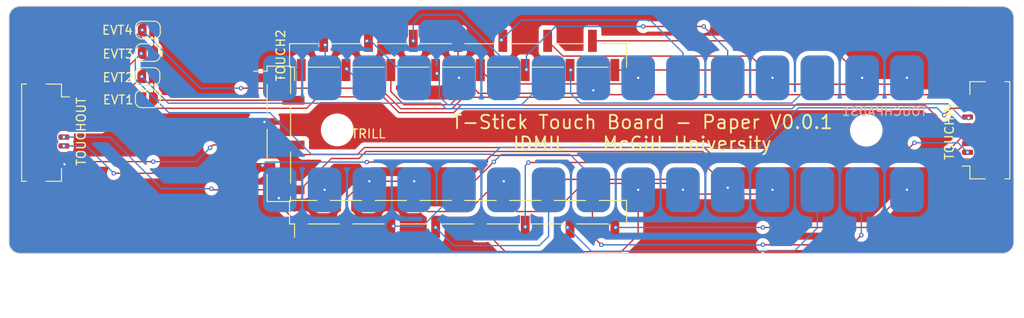
<source format=kicad_pcb>
(kicad_pcb (version 20221018) (generator pcbnew)
  (layers (0 "F.Cu" signal) (31 "B.Cu" signal) (34 "B.Paste" user) (35 "F.Paste" user) (36 "B.SilkS" user "B.Silkscreen") (37 "F.SilkS" user "F.Silkscreen") (38 "B.Mask" user) (39 "F.Mask" user) (44 "Edge.Cuts" user))
  (net 0 "")
  (net 1 "/TOUCH0")
  (net 2 "/TOUCH1")
  (net 3 "/TOUCH2")
  (net 4 "/TOUCH3")
  (net 5 "/TOUCH4")
  (net 6 "/TOUCH5")
  (net 7 "/TOUCH6")
  (net 8 "/TOUCH7")
  (net 9 "/TOUCH8")
  (net 10 "/TOUCH9")
  (net 11 "/TOUCH10")
  (net 12 "/TOUCH11")
  (net 13 "/TOUCH12")
  (net 14 "/TOUCH13")
  (net 15 "/TOUCH14")
  (net 16 "/TOUCH15")
  (net 17 "/TOUCH16")
  (net 18 "/TOUCH17")
  (net 19 "/TOUCH18")
  (net 20 "/TOUCH19")
  (net 21 "/TOUCH20")
  (net 22 "/TOUCH21")
  (net 23 "/TOUCH22")
  (net 24 "/TOUCH23")
  (net 25 "/TOUCH24")
  (net 26 "/TOUCH25")
  (net 27 "/TOUCH26")
  (net 28 "/TOUCH27")
  (net 29 "/TOUCH28")
  (net 30 "/TOUCH29")
  (net 31 "/TRILL_EVT")
  (net 32 "/EVT1")
  (net 33 "/EVT2")
  (net 34 "/EVT3")
  (net 35 "/EVT4")
  (net 36 "GND")
  (net 37 "+3V3")
  (net 38 "/SDA")
  (net 39 "/SCL")
  (footprint "Jumper:SolderJumper-2_P1.3mm_Open_RoundedPad1.0x1.5mm" (layer "F.Cu") (at 110.1 89.65 180)
    (fp_text reference "JP1" hide)
    (fp_text value "SolderJumper_2_Open" hide)
    (pad "1" smd custom (at -0.65 0 180) (size 1 0.5) (layers "F.Cu" "F.Mask") (net 31 "/TRILL_EVT") (options (clearance outline) (anchor rect)) (primitives (gr_circle (center 0 0.25) (end 0.5 0.25) (width 0) (fill yes)) (gr_circle (center 0 -0.25) (end 0.5 -0.25) (width 0) (fill yes)) (gr_poly (pts (xy 0.5 0.75) (xy 0 0.75) (xy 0 -0.75) (xy 0.5 -0.75)) (width 0) (fill yes))))
    (pad "2" smd custom (at 0.65 0 180) (size 1 0.5) (layers "F.Cu" "F.Mask") (net 32 "/EVT1") (options (clearance outline) (anchor rect)) (primitives (gr_circle (center 0 0.25) (end 0.5 0.25) (width 0) (fill yes)) (gr_circle (center 0 -0.25) (end 0.5 -0.25) (width 0) (fill yes)) (gr_poly (pts (xy 0 0.75) (xy -0.5 0.75) (xy -0.5 -0.75) (xy 0 -0.75)) (width 0) (fill yes))))
  )
  (footprint "Jumper:SolderJumper-2_P1.3mm_Open_RoundedPad1.0x1.5mm" (layer "F.Cu") (at 110.075 87.125 180)
    (fp_text reference "JP2" hide)
    (fp_text value "SolderJumper_2_Open" hide)
    (pad "1" smd custom (at -0.65 0 180) (size 1 0.5) (layers "F.Cu" "F.Mask") (net 31 "/TRILL_EVT") (options (clearance outline) (anchor rect)) (primitives (gr_circle (center 0 0.25) (end 0.5 0.25) (width 0) (fill yes)) (gr_circle (center 0 -0.25) (end 0.5 -0.25) (width 0) (fill yes)) (gr_poly (pts (xy 0.5 0.75) (xy 0 0.75) (xy 0 -0.75) (xy 0.5 -0.75)) (width 0) (fill yes))))
    (pad "2" smd custom (at 0.65 0 180) (size 1 0.5) (layers "F.Cu" "F.Mask") (net 33 "/EVT2") (options (clearance outline) (anchor rect)) (primitives (gr_circle (center 0 0.25) (end 0.5 0.25) (width 0) (fill yes)) (gr_circle (center 0 -0.25) (end 0.5 -0.25) (width 0) (fill yes)) (gr_poly (pts (xy 0 0.75) (xy -0.5 0.75) (xy -0.5 -0.75) (xy 0 -0.75)) (width 0) (fill yes))))
  )
  (footprint "Connector_PinHeader_2.54mm:PinHeader_1x06_P2.54mm_Vertical_SMD_Pin1Left" (layer "F.Cu") (at 124.975 93.62)
    (fp_text reference "TRILL1" hide)
    (fp_text value "Conn_01x06" hide)
    (pad "1" smd rect (at -1.655 -6.35) (size 2.51 1) (layers "F.Cu" "F.Paste" "F.Mask"))
    (pad "2" smd rect (at 1.655 -3.81) (size 2.51 1) (layers "F.Cu" "F.Paste" "F.Mask") (net 31 "/TRILL_EVT"))
    (pad "3" smd rect (at -1.655 -1.27) (size 2.51 1) (layers "F.Cu" "F.Paste" "F.Mask") (net 36 "GND"))
    (pad "4" smd rect (at 1.655 1.27) (size 2.51 1) (layers "F.Cu" "F.Paste" "F.Mask") (net 37 "+3V3"))
    (pad "5" smd rect (at -1.655 3.81) (size 2.51 1) (layers "F.Cu" "F.Paste" "F.Mask") (net 38 "/SDA"))
    (pad "6" smd rect (at 1.655 6.35) (size 2.51 1) (layers "F.Cu" "F.Paste" "F.Mask") (net 39 "/SCL"))
  )
  (footprint "MountingHole:MountingHole_3.2mm_M3_DIN965" (layer "F.Cu") (at 131.5974 93.179442)
    (fp_text reference "H1" hide)
    (fp_text value "MountingHole")
    (pad "" np_thru_hole circle (at 0 0) (size 3.2 3.2) (drill 3.2) (layers "*.Cu" "*.Mask"))
  )
  (footprint "Connector_JST:JST_SHL_SM08B-SHLS-TF_1x08-1MP_P1.00mm_Horizontal" (layer "F.Cu") (at 98.915997 93.4927 -90)
    (fp_text reference "TrillExtensionOutput2" hide)
    (fp_text value "Conn_01x08" hide)
    (pad "1" smd roundrect (at -3.5 -1.675 270) (size 0.6 1.25) (layers "F.Cu" "F.Paste" "F.Mask") (net 35 "/EVT4"))
    (pad "2" smd roundrect (at -2.5 -1.675 270) (size 0.6 1.25) (layers "F.Cu" "F.Paste" "F.Mask") (net 34 "/EVT3"))
    (pad "3" smd roundrect (at -1.5 -1.675 270) (size 0.6 1.25) (layers "F.Cu" "F.Paste" "F.Mask") (net 33 "/EVT2"))
    (pad "4" smd roundrect (at -0.5 -1.675 270) (size 0.6 1.25) (layers "F.Cu" "F.Paste" "F.Mask") (net 32 "/EVT1"))
    (pad "5" smd roundrect (at 0.5 -1.675 270) (size 0.6 1.25) (layers "F.Cu" "F.Paste" "F.Mask") (net 39 "/SCL"))
    (pad "6" smd roundrect (at 1.5 -1.675 270) (size 0.6 1.25) (layers "F.Cu" "F.Paste" "F.Mask") (net 38 "/SDA"))
    (pad "7" smd roundrect (at 2.5 -1.675 270) (size 0.6 1.25) (layers "F.Cu" "F.Paste" "F.Mask") (net 37 "+3V3"))
    (pad "8" smd roundrect (at 3.5 -1.675 270) (size 0.6 1.25) (layers "F.Cu" "F.Paste" "F.Mask") (net 36 "GND"))
    (pad "MP" smd roundrect (at -4.95 1.45 270) (size 0.9 1.7) (layers "F.Cu" "F.Paste" "F.Mask"))
    (pad "MP" smd roundrect (at 4.95 1.45 270) (size 0.9 1.7) (layers "F.Cu" "F.Paste" "F.Mask"))
  )
  (footprint "Connector_PinHeader_2.54mm:PinHeader_1x15_P2.54mm_Vertical_SMD_Pin1Left" (layer "F.Cu") (at 145.295 102.51 90)
    (fp_text reference "TOUCH1" hide)
    (fp_text value "Conn_01x15" hide)
    (pad "1" smd rect (at -1.655 -17.78 90) (size 2.51 1) (layers "F.Cu" "F.Paste" "F.Mask") (net 1 "/TOUCH0"))
    (pad "2" smd rect (at 1.655 -15.24 90) (size 2.51 1) (layers "F.Cu" "F.Paste" "F.Mask") (net 2 "/TOUCH1"))
    (pad "3" smd rect (at -1.655 -12.7 90) (size 2.51 1) (layers "F.Cu" "F.Paste" "F.Mask") (net 3 "/TOUCH2"))
    (pad "4" smd rect (at 1.655 -10.16 90) (size 2.51 1) (layers "F.Cu" "F.Paste" "F.Mask") (net 4 "/TOUCH3"))
    (pad "5" smd rect (at -1.655 -7.62 90) (size 2.51 1) (layers "F.Cu" "F.Paste" "F.Mask") (net 5 "/TOUCH4"))
    (pad "6" smd rect (at 1.655 -5.08 90) (size 2.51 1) (layers "F.Cu" "F.Paste" "F.Mask") (net 6 "/TOUCH5"))
    (pad "7" smd rect (at -1.655 -2.54 90) (size 2.51 1) (layers "F.Cu" "F.Paste" "F.Mask") (net 7 "/TOUCH6"))
    (pad "8" smd rect (at 1.655 0 90) (size 2.51 1) (layers "F.Cu" "F.Paste" "F.Mask") (net 8 "/TOUCH7"))
    (pad "9" smd rect (at -1.655 2.54 90) (size 2.51 1) (layers "F.Cu" "F.Paste" "F.Mask") (net 9 "/TOUCH8"))
    (pad "10" smd rect (at 1.655 5.08 90) (size 2.51 1) (layers "F.Cu" "F.Paste" "F.Mask") (net 10 "/TOUCH9"))
    (pad "11" smd rect (at -1.655 7.62 90) (size 2.51 1) (layers "F.Cu" "F.Paste" "F.Mask") (net 11 "/TOUCH10"))
    (pad "12" smd rect (at 1.655 10.16 90) (size 2.51 1) (layers "F.Cu" "F.Paste" "F.Mask") (net 12 "/TOUCH11"))
    (pad "13" smd rect (at -1.655 12.7 90) (size 2.51 1) (layers "F.Cu" "F.Paste" "F.Mask") (net 13 "/TOUCH12"))
    (pad "14" smd rect (at 1.655 15.24 90) (size 2.51 1) (layers "F.Cu" "F.Paste" "F.Mask") (net 14 "/TOUCH13"))
    (pad "15" smd rect (at -1.655 17.78 90) (size 2.51 1) (layers "F.Cu" "F.Paste" "F.Mask") (net 15 "/TOUCH14"))
  )
  (footprint "Jumper:SolderJumper-2_P1.3mm_Open_RoundedPad1.0x1.5mm" (layer "F.Cu") (at 110.125 84.4 180)
    (fp_text reference "JP3" hide)
    (fp_text value "SolderJumper_2_Open" hide)
    (pad "1" smd custom (at -0.65 0 180) (size 1 0.5) (layers "F.Cu" "F.Mask") (net 31 "/TRILL_EVT") (options (clearance outline) (anchor rect)) (primitives (gr_circle (center 0 0.25) (end 0.5 0.25) (width 0) (fill yes)) (gr_circle (center 0 -0.25) (end 0.5 -0.25) (width 0) (fill yes)) (gr_poly (pts (xy 0.5 0.75) (xy 0 0.75) (xy 0 -0.75) (xy 0.5 -0.75)) (width 0) (fill yes))))
    (pad "2" smd custom (at 0.65 0 180) (size 1 0.5) (layers "F.Cu" "F.Mask") (net 34 "/EVT3") (options (clearance outline) (anchor rect)) (primitives (gr_circle (center 0 0.25) (end 0.5 0.25) (width 0) (fill yes)) (gr_circle (center 0 -0.25) (end 0.5 -0.25) (width 0) (fill yes)) (gr_poly (pts (xy 0 0.75) (xy -0.5 0.75) (xy -0.5 -0.75) (xy 0 -0.75)) (width 0) (fill yes))))
  )
  (footprint "Jumper:SolderJumper-2_P1.3mm_Open_RoundedPad1.0x1.5mm" (layer "F.Cu") (at 110.125 81.85 180)
    (fp_text reference "JP4" hide)
    (fp_text value "SolderJumper_2_Open" hide)
    (pad "1" smd custom (at -0.65 0 180) (size 1 0.5) (layers "F.Cu" "F.Mask") (net 31 "/TRILL_EVT") (options (clearance outline) (anchor rect)) (primitives (gr_circle (center 0 0.25) (end 0.5 0.25) (width 0) (fill yes)) (gr_circle (center 0 -0.25) (end 0.5 -0.25) (width 0) (fill yes)) (gr_poly (pts (xy 0.5 0.75) (xy 0 0.75) (xy 0 -0.75) (xy 0.5 -0.75)) (width 0) (fill yes))))
    (pad "2" smd custom (at 0.65 0 180) (size 1 0.5) (layers "F.Cu" "F.Mask") (net 35 "/EVT4") (options (clearance outline) (anchor rect)) (primitives (gr_circle (center 0 0.25) (end 0.5 0.25) (width 0) (fill yes)) (gr_circle (center 0 -0.25) (end 0.5 -0.25) (width 0) (fill yes)) (gr_poly (pts (xy 0 0.75) (xy -0.5 0.75) (xy -0.5 -0.75) (xy 0 -0.75)) (width 0) (fill yes))))
  )
  (footprint "MountingHole:MountingHole_3.2mm_M3_DIN965" (layer "F.Cu") (at 191.5922 93.218)
    (fp_text reference "H2" hide)
    (fp_text value "MountingHole" hide)
    (pad "" np_thru_hole circle (at 0 0) (size 3.2 3.2) (drill 3.2) (layers "*.Cu" "*.Mask"))
  )
  (footprint "Connector_JST:JST_SHL_SM08B-SHLS-TF_1x08-1MP_P1.00mm_Horizontal" (layer "F.Cu") (at 204.755 93.218 90)
    (fp_text reference "TrillExtensionInput1" hide)
    (fp_text value "Conn_01x08" hide)
    (pad "1" smd roundrect (at -3.5 -1.675 90) (size 0.6 1.25) (layers "F.Cu" "F.Paste" "F.Mask") (net 36 "GND"))
    (pad "2" smd roundrect (at -2.5 -1.675 90) (size 0.6 1.25) (layers "F.Cu" "F.Paste" "F.Mask") (net 37 "+3V3"))
    (pad "3" smd roundrect (at -1.5 -1.675 90) (size 0.6 1.25) (layers "F.Cu" "F.Paste" "F.Mask") (net 38 "/SDA"))
    (pad "4" smd roundrect (at -0.5 -1.675 90) (size 0.6 1.25) (layers "F.Cu" "F.Paste" "F.Mask") (net 39 "/SCL"))
    (pad "5" smd roundrect (at 0.5 -1.675 90) (size 0.6 1.25) (layers "F.Cu" "F.Paste" "F.Mask") (net 32 "/EVT1"))
    (pad "6" smd roundrect (at 1.5 -1.675 90) (size 0.6 1.25) (layers "F.Cu" "F.Paste" "F.Mask") (net 33 "/EVT2"))
    (pad "7" smd roundrect (at 2.5 -1.675 90) (size 0.6 1.25) (layers "F.Cu" "F.Paste" "F.Mask") (net 34 "/EVT3"))
    (pad "8" smd roundrect (at 3.5 -1.675 90) (size 0.6 1.25) (layers "F.Cu" "F.Paste" "F.Mask") (net 35 "/EVT4"))
    (pad "MP" smd roundrect (at -4.95 1.45 90) (size 0.9 1.7) (layers "F.Cu" "F.Paste" "F.Mask"))
    (pad "MP" smd roundrect (at 4.95 1.45 90) (size 0.9 1.7) (layers "F.Cu" "F.Paste" "F.Mask"))
  )
  (footprint "Connector_PinHeader_2.54mm:PinHeader_1x15_P2.54mm_Vertical_SMD_Pin1Left" (layer "F.Cu") (at 145.295 84.73 90)
    (fp_text reference "TOUCH2" (at 0 -20.11 90) (layer "F.SilkS"))
    (fp_text value "Conn_01x15")
    (pad "1" smd rect (at -1.655 -17.78 90) (size 2.51 1) (layers "F.Cu" "F.Paste" "F.Mask") (net 30 "/TOUCH29"))
    (pad "2" smd rect (at 1.655 -15.24 90) (size 2.51 1) (layers "F.Cu" "F.Paste" "F.Mask") (net 29 "/TOUCH28"))
    (pad "3" smd rect (at -1.655 -12.7 90) (size 2.51 1) (layers "F.Cu" "F.Paste" "F.Mask") (net 28 "/TOUCH27"))
    (pad "4" smd rect (at 1.655 -10.16 90) (size 2.51 1) (layers "F.Cu" "F.Paste" "F.Mask") (net 27 "/TOUCH26"))
    (pad "5" smd rect (at -1.655 -7.62 90) (size 2.51 1) (layers "F.Cu" "F.Paste" "F.Mask") (net 26 "/TOUCH25"))
    (pad "6" smd rect (at 1.655 -5.08 90) (size 2.51 1) (layers "F.Cu" "F.Paste" "F.Mask") (net 25 "/TOUCH24"))
    (pad "7" smd rect (at -1.655 -2.54 90) (size 2.51 1) (layers "F.Cu" "F.Paste" "F.Mask") (net 24 "/TOUCH23"))
    (pad "8" smd rect (at 1.655 0 90) (size 2.51 1) (layers "F.Cu" "F.Paste" "F.Mask") (net 23 "/TOUCH22"))
    (pad "9" smd rect (at -1.655 2.54 90) (size 2.51 1) (layers "F.Cu" "F.Paste" "F.Mask") (net 22 "/TOUCH21"))
    (pad "10" smd rect (at 1.655 5.08 90) (size 2.51 1) (layers "F.Cu" "F.Paste" "F.Mask") (net 21 "/TOUCH20"))
    (pad "11" smd rect (at -1.655 7.62 90) (size 2.51 1) (layers "F.Cu" "F.Paste" "F.Mask") (net 20 "/TOUCH19"))
    (pad "12" smd rect (at 1.655 10.16 90) (size 2.51 1) (layers "F.Cu" "F.Paste" "F.Mask") (net 19 "/TOUCH18"))
    (pad "13" smd rect (at -1.655 12.7 90) (size 2.51 1) (layers "F.Cu" "F.Paste" "F.Mask") (net 18 "/TOUCH17"))
    (pad "14" smd rect (at 1.655 15.24 90) (size 2.51 1) (layers "F.Cu" "F.Paste" "F.Mask") (net 17 "/TOUCH16"))
    (pad "15" smd rect (at -1.655 17.78 90) (size 2.51 1) (layers "F.Cu" "F.Paste" "F.Mask") (net 16 "/TOUCH15"))
  )
  (footprint "touch-sensors:TOUCHSENSORPAD" (layer "B.Cu") (at 160.64 93.62 180)
    (fp_text reference "TOUCHPADS1" (at -33.02 2.54 unlocked) (layer "B.SilkS") (effects (justify mirror)))
    (fp_text value "Conn_01x30" hide)
    (pad "1" smd roundrect (at 35.56 -6.35) (size 3.81 5.08) (layers "B.Cu" "B.Paste" "B.Mask") (net 1 "/TOUCH0"))
    (pad "2" smd roundrect (at 30.48 -6.35) (size 3.81 5.08) (layers "B.Cu" "B.Paste" "B.Mask") (net 2 "/TOUCH1"))
    (pad "3" smd roundrect (at 25.4 -6.35) (size 3.81 5.08) (layers "B.Cu" "B.Paste" "B.Mask") (net 3 "/TOUCH2"))
    (pad "4" smd roundrect (at 20.32 -6.35) (size 3.81 5.08) (layers "B.Cu" "B.Paste" "B.Mask") (net 4 "/TOUCH3"))
    (pad "5" smd roundrect (at 15.24 -6.35) (size 3.81 5.08) (layers "B.Cu" "B.Paste" "B.Mask") (net 5 "/TOUCH4"))
    (pad "6" smd roundrect (at 10.16 -6.35) (size 3.81 5.08) (layers "B.Cu" "B.Paste" "B.Mask") (net 6 "/TOUCH5"))
    (pad "7" smd roundrect (at 5.08 -6.35) (size 3.81 5.08) (layers "B.Cu" "B.Paste" "B.Mask") (net 7 "/TOUCH6"))
    (pad "8" smd roundrect (at 0 -6.35) (size 3.81 5.08) (layers "B.Cu" "B.Paste" "B.Mask") (net 8 "/TOUCH7"))
    (pad "9" smd roundrect (at -5.08 -6.35) (size 3.81 5.08) (layers "B.Cu" "B.Paste" "B.Mask") (net 9 "/TOUCH8"))
    (pad "10" smd roundrect (at -10.16 -6.35) (size 3.81 5.08) (layers "B.Cu" "B.Paste" "B.Mask") (net 10 "/TOUCH9"))
    (pad "11" smd roundrect (at -15.24 -6.35) (size 3.81 5.08) (layers "B.Cu" "B.Paste" "B.Mask") (net 11 "/TOUCH10"))
    (pad "12" smd roundrect (at -20.32 -6.35) (size 3.81 5.08) (layers "B.Cu" "B.Paste" "B.Mask") (net 12 "/TOUCH11"))
    (pad "13" smd roundrect (at -25.4 -6.35) (size 3.81 5.08) (layers "B.Cu" "B.Paste" "B.Mask") (net 13 "/TOUCH12"))
    (pad "14" smd roundrect (at -30.48 -6.35) (size 3.81 5.08) (layers "B.Cu" "B.Paste" "B.Mask") (net 14 "/TOUCH13"))
    (pad "15" smd roundrect (at -35.56 -6.35) (size 3.81 5.08) (layers "B.Cu" "B.Paste" "B.Mask") (net 15 "/TOUCH14"))
    (pad "16" smd roundrect (at 35.56 6.35) (size 3.81 5.08) (layers "B.Cu" "B.Paste" "B.Mask") (net 30 "/TOUCH29"))
    (pad "17" smd roundrect (at 30.48 6.35) (size 3.81 5.08) (layers "B.Cu" "B.Paste" "B.Mask") (net 29 "/TOUCH28"))
    (pad "18" smd roundrect (at 25.4 6.35) (size 3.81 5.08) (layers "B.Cu" "B.Paste" "B.Mask") (net 28 "/TOUCH27"))
    (pad "19" smd roundrect (at 20.32 6.35) (size 3.81 5.08) (layers "B.Cu" "B.Paste" "B.Mask") (net 27 "/TOUCH26"))
    (pad "20" smd roundrect (at 15.24 6.35) (size 3.81 5.08) (layers "B.Cu" "B.Paste" "B.Mask") (net 26 "/TOUCH25"))
    (pad "21" smd roundrect (at 10.16 6.35) (size 3.81 5.08) (layers "B.Cu" "B.Paste" "B.Mask") (net 25 "/TOUCH24"))
    (pad "22" smd roundrect (at 5.08 6.35) (size 3.81 5.08) (layers "B.Cu" "B.Paste" "B.Mask") (net 24 "/TOUCH23"))
    (pad "23" smd roundrect (at 0 6.35) (size 3.81 5.08) (layers "B.Cu" "B.Paste" "B.Mask") (net 23 "/TOUCH22"))
    (pad "24" smd roundrect (at -5.08 6.35) (size 3.81 5.08) (layers "B.Cu" "B.Paste" "B.Mask") (net 22 "/TOUCH21"))
    (pad "25" smd roundrect (at -10.16 6.35) (size 3.81 5.08) (layers "B.Cu" "B.Paste" "B.Mask") (net 21 "/TOUCH20"))
    (pad "26" smd roundrect (at -15.24 6.35) (size 3.81 5.08) (layers "B.Cu" "B.Paste" "B.Mask") (net 20 "/TOUCH19"))
    (pad "27" smd roundrect (at -20.32 6.35) (size 3.81 5.08) (layers "B.Cu" "B.Paste" "B.Mask") (net 19 "/TOUCH18"))
    (pad "28" smd roundrect (at -25.4 6.35) (size 3.81 5.08) (layers "B.Cu" "B.Paste" "B.Mask") (net 18 "/TOUCH17"))
    (pad "29" smd roundrect (at -30.48 6.35) (size 3.81 5.08) (layers "B.Cu" "B.Paste" "B.Mask") (net 17 "/TOUCH16"))
    (pad "30" smd roundrect (at -35.56 6.35) (size 3.81 5.08) (layers "B.Cu" "B.Paste" "B.Mask") (net 16 "/TOUCH15"))
  )
  (gr_line (start 94.375 105.934842) (end 94.375 80.409842) (stroke (width 0.1)) (layer "Edge.Cuts"))
  (gr_line (start 95.625 107.184842) (end 207.0554 107.179442) (stroke (width 0.1)) (layer "Edge.Cuts"))
  (gr_arc (start 94.375 80.409842) (mid 94.741117 79.525959) (end 95.625 79.159842) (stroke (width 0.1)) (layer "Edge.Cuts"))
  (gr_line (start 207.0554 79.179442) (end 195.625 79.159842) (stroke (width 0.1)) (layer "Edge.Cuts"))
  (gr_line (start 208.3054 80.429442) (end 208.3054 105.929442) (stroke (width 0.1)) (layer "Edge.Cuts"))
  (gr_arc (start 208.3054 105.929442) (mid 207.939283 106.813325) (end 207.0554 107.179442) (stroke (width 0.1)) (layer "Edge.Cuts"))
  (gr_arc (start 207.0554 79.179442) (mid 207.939283 79.545559) (end 208.3054 80.429442) (stroke (width 0.1)) (layer "Edge.Cuts"))
  (gr_line (start 195.625 79.159842) (end 95.625 79.159842) (stroke (width 0.1)) (layer "Edge.Cuts"))
  (gr_arc (start 95.625 107.184842) (mid 94.741117 106.818725) (end 94.375 105.934842) (stroke (width 0.1)) (layer "Edge.Cuts"))
  (gr_text "EVT4" (at 104.825 82.45) (layer "F.SilkS") (effects (font (size 1 1)) (justify left bottom)))
  (gr_text "TOUCHOUT" (at 103.140997 97.3427 90) (layer "F.SilkS") (effects (font (size 1 1)) (justify left bottom)))
  (gr_text "TOUCHIN" (at 201.5998 96.6724 90) (layer "F.SilkS") (effects (font (size 1 1)) (justify left bottom)))
  (gr_text "TRILL" (at 135.135 93.62) (layer "F.SilkS") (effects (font (size 1 1))))
  (gr_text "EVT2" (at 104.9 87.825) (layer "F.SilkS") (effects (font (size 1 1)) (justify left bottom)))
  (gr_text "EVT3" (at 104.9 85.15) (layer "F.SilkS") (effects (font (size 1 1)) (justify left bottom)))
  (gr_text "T-Stick Touch Board - Paper V0.0.1\nIDMIL - McGill University" (at 166.1922 93.5228) (layer "F.SilkS") (effects (font (size 1.524 1.524) (thickness 0.2032))))
  (gr_text "EVT1" (at 104.925 90.35) (layer "F.SilkS") (effects (font (size 1 1)) (justify left bottom)))
  (segment (start 124.972072 101.622072) (end 124.972072 100.913904) (width 0.1524) (layer "F.Cu") (net 1))
  (segment (start 127.515 104.165) (end 124.972072 101.622072) (width 0.1524) (layer "F.Cu") (net 1))
  (via (at 124.972072 100.913904) (size 0.508) (drill 0.254) (layers "F.Cu" "B.Cu") (net 1))
  (segment (start 130.055 100.855) (end 130.055 100.075) (width 0.1524) (layer "F.Cu") (net 2))
  (segment (start 130.055 100.075) (end 130.16 99.97) (width 0.1524) (layer "F.Cu") (net 2))
  (via (at 130.16 99.97) (size 0.508) (drill 0.254) (layers "F.Cu" "B.Cu") (net 2))
  (segment (start 132.595 100.99) (end 134.584502 99.000498) (width 0.1524) (layer "F.Cu") (net 3))
  (segment (start 132.595 104.165) (end 132.595 100.99) (width 0.1524) (layer "F.Cu") (net 3))
  (segment (start 134.584502 99.000498) (end 135.24 99.000498) (width 0.1524) (layer "F.Cu") (net 3))
  (via (at 135.24 99.000498) (size 0.508) (drill 0.254) (layers "F.Cu" "B.Cu") (net 3))
  (segment (start 136.989502 99.000498) (end 140.32 99.000498) (width 0.1524) (layer "F.Cu") (net 4))
  (segment (start 135.135 100.855) (end 136.989502 99.000498) (width 0.1524) (layer "F.Cu") (net 4))
  (via (at 140.32 99.000498) (size 0.508) (drill 0.254) (layers "F.Cu" "B.Cu") (net 4))
  (segment (start 137.8716 104.165) (end 137.9474 104.0892) (width 0.1524) (layer "F.Cu") (net 5))
  (segment (start 137.675 104.165) (end 137.8716 104.165) (width 0.1524) (layer "F.Cu") (net 5))
  (via (at 137.9474 104.0892) (size 0.508) (drill 0.254) (layers "F.Cu" "B.Cu") (net 5))
  (segment (start 137.9474 104.0892) (end 141.2808 104.0892) (width 0.1524) (layer "B.Cu") (net 5))
  (segment (start 141.2808 104.0892) (end 145.4 99.97) (width 0.1524) (layer "B.Cu") (net 5))
  (segment (start 149.824502 99.000498) (end 150.48 99.000498) (width 0.1524) (layer "F.Cu") (net 6))
  (segment (start 140.215 100.855) (end 141.795 102.435) (width 0.1524) (layer "F.Cu") (net 6))
  (segment (start 141.795 102.435) (end 146.39 102.435) (width 0.1524) (layer "F.Cu") (net 6))
  (segment (start 146.39 102.435) (end 149.824502 99.000498) (width 0.1524) (layer "F.Cu") (net 6))
  (via (at 150.48 99.000498) (size 0.508) (drill 0.254) (layers "F.Cu" "B.Cu") (net 6))
  (segment (start 142.755 104.2346) (end 142.748 104.2416) (width 0.1524) (layer "F.Cu") (net 7))
  (segment (start 142.755 104.165) (end 142.755 104.2346) (width 0.1524) (layer "F.Cu") (net 7))
  (via (at 142.748 104.2416) (size 0.508) (drill 0.254) (layers "F.Cu" "B.Cu") (net 7))
  (segment (start 144.8054 106.299) (end 154.5082 106.299) (width 0.1524) (layer "B.Cu") (net 7))
  (segment (start 154.5082 106.299) (end 155.56 105.2472) (width 0.1524) (layer "B.Cu") (net 7))
  (segment (start 142.748 104.2416) (end 144.8054 106.299) (width 0.1524) (layer "B.Cu") (net 7))
  (segment (start 155.56 105.2472) (end 155.56 99.97) (width 0.1524) (layer "B.Cu") (net 7))
  (segment (start 149.3506 96.7994) (end 149.352 96.7994) (width 0.1524) (layer "F.Cu") (net 8))
  (segment (start 145.295 100.855) (end 149.3506 96.7994) (width 0.1524) (layer "F.Cu") (net 8))
  (via (at 149.352 96.7994) (size 0.508) (drill 0.254) (layers "F.Cu" "B.Cu") (net 8))
  (segment (start 149.352 96.7994) (end 150.1902 95.9612) (width 0.1524) (layer "B.Cu") (net 8))
  (segment (start 150.1902 95.9612) (end 157.988 95.9612) (width 0.1524) (layer "B.Cu") (net 8))
  (segment (start 160.64 98.6132) (end 160.64 99.97) (width 0.1524) (layer "B.Cu") (net 8))
  (segment (start 157.988 95.9612) (end 160.64 98.6132) (width 0.1524) (layer "B.Cu") (net 8))
  (segment (start 165.72 105.0694) (end 165.72 99.97) (width 0.1524) (layer "F.Cu") (net 9))
  (segment (start 163.8046 106.9848) (end 165.72 105.0694) (width 0.1524) (layer "F.Cu") (net 9))
  (segment (start 147.835 104.165) (end 150.6548 106.9848) (width 0.1524) (layer "F.Cu") (net 9))
  (segment (start 150.6548 106.9848) (end 163.8046 106.9848) (width 0.1524) (layer "F.Cu") (net 9))
  (via (at 165.72 99.97) (size 0.508) (drill 0.254) (layers "F.Cu" "B.Cu") (net 9))
  (segment (start 170.075 99.245) (end 170.8 99.97) (width 0.1524) (layer "F.Cu") (net 10))
  (segment (start 159.47 99.245) (end 170.075 99.245) (width 0.1524) (layer "F.Cu") (net 10))
  (segment (start 156.28 102.435) (end 159.47 99.245) (width 0.1524) (layer "F.Cu") (net 10))
  (segment (start 150.375 100.855) (end 151.955 102.435) (width 0.1524) (layer "F.Cu") (net 10))
  (segment (start 151.955 102.435) (end 156.28 102.435) (width 0.1524) (layer "F.Cu") (net 10))
  (via (at 170.8 99.97) (size 0.508) (drill 0.254) (layers "F.Cu" "B.Cu") (net 10))
  (segment (start 153.289 96.8756) (end 173.0231 96.8756) (width 0.1524) (layer "F.Cu") (net 11))
  (segment (start 173.0231 96.8756) (end 175.88 99.7325) (width 0.1524) (layer "F.Cu") (net 11))
  (via (at 153.289 96.8756) (size 0.508) (drill 0.254) (layers "F.Cu" "B.Cu") (net 11))
  (via (at 152.915 104.165) (size 0.508) (drill 0.254) (layers "F.Cu" "B.Cu") (net 11))
  (via (at 175.88 99.7325) (size 0.508) (drill 0.254) (layers "F.Cu" "B.Cu") (net 11))
  (segment (start 152.915 104.165) (end 152.915 97.2496) (width 0.1524) (layer "B.Cu") (net 11))
  (segment (start 152.915 97.2496) (end 153.289 96.8756) (width 0.1524) (layer "B.Cu") (net 11))
  (segment (start 172.312305 100.457) (end 170.643105 98.7878) (width 0.1524) (layer "F.Cu") (net 12))
  (segment (start 180.96 99.97) (end 180.473 100.457) (width 0.1524) (layer "F.Cu") (net 12))
  (segment (start 157.5222 98.7878) (end 155.455 100.855) (width 0.1524) (layer "F.Cu") (net 12))
  (segment (start 180.473 100.457) (end 172.312305 100.457) (width 0.1524) (layer "F.Cu") (net 12))
  (segment (start 170.643105 98.7878) (end 157.5222 98.7878) (width 0.1524) (layer "F.Cu") (net 12))
  (via (at 180.96 99.97) (size 0.508) (drill 0.254) (layers "F.Cu" "B.Cu") (net 12))
  (segment (start 157.995 104.165) (end 157.7852 104.165) (width 0.1524) (layer "F.Cu") (net 13))
  (segment (start 157.7852 104.165) (end 157.7086 104.2416) (width 0.1524) (layer "F.Cu") (net 13))
  (via (at 157.7086 104.2416) (size 0.508) (drill 0.254) (layers "F.Cu" "B.Cu") (net 13))
  (segment (start 160.401 106.934) (end 183.4134 106.934) (width 0.1524) (layer "B.Cu") (net 13))
  (segment (start 183.4134 106.934) (end 186.04 104.3074) (width 0.1524) (layer "B.Cu") (net 13))
  (segment (start 157.7086 104.2416) (end 160.401 106.934) (width 0.1524) (layer "B.Cu") (net 13))
  (segment (start 186.04 104.3074) (end 186.04 99.97) (width 0.1524) (layer "B.Cu") (net 13))
  (segment (start 160.535 105.2005) (end 161.544 106.2095) (width 0.1524) (layer "F.Cu") (net 14))
  (segment (start 160.535 100.855) (end 160.535 105.2005) (width 0.1524) (layer "F.Cu") (net 14))
  (segment (start 189.9291 106.2095) (end 191.0334 105.1052) (width 0.1524) (layer "F.Cu") (net 14))
  (segment (start 179.8574 106.2095) (end 189.9291 106.2095) (width 0.1524) (layer "F.Cu") (net 14))
  (via (at 179.8574 106.2095) (size 0.508) (drill 0.254) (layers "F.Cu" "B.Cu") (net 14))
  (via (at 161.544 106.2095) (size 0.508) (drill 0.254) (layers "F.Cu" "B.Cu") (net 14))
  (via (at 191.0334 105.1052) (size 0.508) (drill 0.254) (layers "F.Cu" "B.Cu") (net 14))
  (segment (start 179.8574 106.2095) (end 179.8441 106.2228) (width 0.1524) (layer "B.Cu") (net 14))
  (segment (start 161.544 106.2095) (end 177.9016 106.2095) (width 0.1524) (layer "B.Cu") (net 14))
  (segment (start 179.8441 106.2228) (end 177.9149 106.2228) (width 0.1524) (layer "B.Cu") (net 14))
  (segment (start 191.0334 105.1052) (end 191.0334 100.0566) (width 0.1524) (layer "B.Cu") (net 14))
  (segment (start 191.0334 100.0566) (end 191.12 99.97) (width 0.1524) (layer "B.Cu") (net 14))
  (segment (start 177.9149 106.2228) (end 177.9016 106.2095) (width 0.1524) (layer "B.Cu") (net 14))
  (segment (start 163.093 104.165) (end 163.1696 104.2416) (width 0.1524) (layer "F.Cu") (net 15))
  (segment (start 191.9284 104.2416) (end 196.2 99.97) (width 0.1524) (layer "F.Cu") (net 15))
  (segment (start 179.8574 104.2416) (end 191.9284 104.2416) (width 0.1524) (layer "F.Cu") (net 15))
  (segment (start 163.075 104.165) (end 163.093 104.165) (width 0.1524) (layer "F.Cu") (net 15))
  (via (at 179.8574 104.2416) (size 0.508) (drill 0.254) (layers "F.Cu" "B.Cu") (net 15))
  (via (at 163.1696 104.2416) (size 0.508) (drill 0.254) (layers "F.Cu" "B.Cu") (net 15))
  (via (at 196.2 99.97) (size 0.508) (drill 0.254) (layers "F.Cu" "B.Cu") (net 15))
  (segment (start 163.1696 104.2416) (end 179.8574 104.2416) (width 0.1524) (layer "B.Cu") (net 15))
  (segment (start 180.659695 87.995) (end 195.475 87.995) (width 0.1524) (layer "F.Cu") (net 16))
  (segment (start 179.049695 86.385) (end 180.659695 87.995) (width 0.1524) (layer "F.Cu") (net 16))
  (segment (start 163.075 86.385) (end 179.049695 86.385) (width 0.1524) (layer "F.Cu") (net 16))
  (segment (start 195.475 87.995) (end 196.2 87.27) (width 0.1524) (layer "F.Cu") (net 16))
  (via (at 196.2 87.27) (size 0.508) (drill 0.254) (layers "F.Cu" "B.Cu") (net 16))
  (segment (start 160.535 83.075) (end 186.925 83.075) (width 0.1524) (layer "F.Cu") (net 17))
  (segment (start 186.925 83.075) (end 191.12 87.27) (width 0.1524) (layer "F.Cu") (net 17))
  (via (at 191.12 87.27) (size 0.508) (drill 0.254) (layers "F.Cu" "B.Cu") (net 17))
  (via (at 158.0645 86.385) (size 0.508) (drill 0.254) (layers "F.Cu" "B.Cu") (net 18))
  (segment (start 186.04 87.27) (end 183.175 90.135) (width 0.1524) (layer "B.Cu") (net 18))
  (segment (start 183.175 90.135) (end 159.158342 90.135) (width 0.1524) (layer "B.Cu") (net 18))
  (segment (start 158.0645 89.041158) (end 158.0645 86.385) (width 0.1524) (layer "B.Cu") (net 18))
  (segment (start 159.158342 90.135) (end 158.0645 89.041158) (width 0.1524) (layer "B.Cu") (net 18))
  (segment (start 157.185 84.805) (end 178.495 84.805) (width 0.1524) (layer "F.Cu") (net 19))
  (segment (start 155.455 83.075) (end 157.185 84.805) (width 0.1524) (layer "F.Cu") (net 19))
  (segment (start 178.495 84.805) (end 180.96 87.27) (width 0.1524) (layer "F.Cu") (net 19))
  (via (at 180.96 87.27) (size 0.508) (drill 0.254) (layers "F.Cu" "B.Cu") (net 19))
  (segment (start 173.1518 81.4457) (end 166.2938 81.4457) (width 0.1524) (layer "F.Cu") (net 20))
  (segment (start 152.915 86.385) (end 153.0051 86.385) (width 0.1524) (layer "F.Cu") (net 20))
  (segment (start 153.0051 86.385) (end 153.0555 86.3346) (width 0.1524) (layer "F.Cu") (net 20))
  (via (at 153.0555 86.3346) (size 0.508) (drill 0.254) (layers "F.Cu" "B.Cu") (net 20))
  (via (at 173.1518 81.4457) (size 0.508) (drill 0.254) (layers "F.Cu" "B.Cu") (net 20))
  (via (at 166.2938 81.4457) (size 0.508) (drill 0.254) (layers "F.Cu" "B.Cu") (net 20))
  (segment (start 156.3669 81.4457) (end 166.2938 81.4457) (width 0.1524) (layer "B.Cu") (net 20))
  (segment (start 175.8696 87.2596) (end 175.88 87.27) (width 0.1524) (layer "B.Cu") (net 20))
  (segment (start 153.0555 84.7571) (end 156.3669 81.4457) (width 0.1524) (layer "B.Cu") (net 20))
  (segment (start 175.8696 84.1635) (end 175.8696 87.2596) (width 0.1524) (layer "B.Cu") (net 20))
  (segment (start 153.0555 86.3346) (end 153.0555 84.7571) (width 0.1524) (layer "B.Cu") (net 20))
  (segment (start 173.1518 81.4457) (end 175.8696 84.1635) (width 0.1524) (layer "B.Cu") (net 20))
  (segment (start 150.375 83.075) (end 150.3088 83.075) (width 0.1524) (layer "F.Cu") (net 21))
  (segment (start 150.3088 83.075) (end 150.2156 82.9818) (width 0.1524) (layer "F.Cu") (net 21))
  (via (at 150.2156 82.9818) (size 0.508) (drill 0.254) (layers "F.Cu" "B.Cu") (net 21))
  (segment (start 170.8 84.44) (end 170.8 87.27) (width 0.1524) (layer "B.Cu") (net 21))
  (segment (start 167.0812 80.7212) (end 170.8 84.44) (width 0.1524) (layer "B.Cu") (net 21))
  (segment (start 152.4762 80.7212) (end 167.0812 80.7212) (width 0.1524) (layer "B.Cu") (net 21))
  (segment (start 150.2156 82.9818) (end 152.4762 80.7212) (width 0.1524) (layer "B.Cu") (net 21))
  (segment (start 165.025 87.965) (end 165.72 87.27) (width 0.1524) (layer "F.Cu") (net 22))
  (segment (start 149.415 87.965) (end 165.025 87.965) (width 0.1524) (layer "F.Cu") (net 22))
  (segment (start 147.835 86.385) (end 149.415 87.965) (width 0.1524) (layer "F.Cu") (net 22))
  (via (at 165.72 87.27) (size 0.508) (drill 0.254) (layers "F.Cu" "B.Cu") (net 22))
  (segment (start 147.5994 89.027) (end 160.3025 89.027) (width 0.1524) (layer "F.Cu") (net 23))
  (segment (start 147.5994 88.9762) (end 147.5994 89.027) (width 0.1524) (layer "F.Cu") (net 23))
  (segment (start 146.6088 87.9856) (end 147.5994 88.9762) (width 0.1524) (layer "F.Cu") (net 23))
  (segment (start 145.295 84.9446) (end 146.6088 86.2584) (width 0.1524) (layer "F.Cu") (net 23))
  (segment (start 160.3025 89.027) (end 160.64 88.6895) (width 0.1524) (layer "F.Cu") (net 23))
  (segment (start 146.6088 86.2584) (end 146.6088 87.9856) (width 0.1524) (layer "F.Cu") (net 23))
  (segment (start 145.295 83.075) (end 145.295 84.9446) (width 0.1524) (layer "F.Cu") (net 23))
  (via (at 160.64 88.6895) (size 0.508) (drill 0.254) (layers "F.Cu" "B.Cu") (net 23))
  (segment (start 142.755 86.6259) (end 142.8955 86.7664) (width 0.1524) (layer "F.Cu") (net 24))
  (segment (start 142.755 86.385) (end 142.755 86.6259) (width 0.1524) (layer "F.Cu") (net 24))
  (via (at 142.8955 86.7664) (size 0.508) (drill 0.254) (layers "F.Cu" "B.Cu") (net 24))
  (segment (start 144.105742 90.3224) (end 152.5076 90.3224) (width 0.1524) (layer "B.Cu") (net 24))
  (segment (start 142.8955 86.7664) (end 143.17 87.0409) (width 0.1524) (layer "B.Cu") (net 24))
  (segment (start 143.17 87.0409) (end 143.17 89.386658) (width 0.1524) (layer "B.Cu") (net 24))
  (segment (start 143.17 89.386658) (end 144.105742 90.3224) (width 0.1524) (layer "B.Cu") (net 24))
  (segment (start 152.5076 90.3224) (end 155.56 87.27) (width 0.1524) (layer "B.Cu") (net 24))
  (via (at 140.215 83.075) (size 0.508) (drill 0.254) (layers "F.Cu" "B.Cu") (net 25))
  (segment (start 150.48 85.2274) (end 150.48 87.27) (width 0.1524) (layer "B.Cu") (net 25))
  (segment (start 140.215 83.075) (end 140.215 81.1206) (width 0.1524) (layer "B.Cu") (net 25))
  (segment (start 141.1986 80.137) (end 145.3896 80.137) (width 0.1524) (layer "B.Cu") (net 25))
  (segment (start 140.215 81.1206) (end 141.1986 80.137) (width 0.1524) (layer "B.Cu") (net 25))
  (segment (start 145.3896 80.137) (end 150.48 85.2274) (width 0.1524) (layer "B.Cu") (net 25))
  (segment (start 139.1666 90.3224) (end 144.4244 90.3224) (width 0.1524) (layer "F.Cu") (net 26))
  (segment (start 137.675 86.385) (end 137.675 88.8308) (width 0.1524) (layer "F.Cu") (net 26))
  (segment (start 145.4 89.3468) (end 145.4 87.27) (width 0.1524) (layer "F.Cu") (net 26))
  (segment (start 144.4244 90.3224) (end 145.4 89.3468) (width 0.1524) (layer "F.Cu") (net 26))
  (segment (start 137.675 88.8308) (end 139.1666 90.3224) (width 0.1524) (layer "F.Cu") (net 26))
  (via (at 145.4 87.27) (size 0.508) (drill 0.254) (layers "F.Cu" "B.Cu") (net 26))
  (segment (start 135.135 83.075) (end 134.9586 83.075) (width 0.1524) (layer "F.Cu") (net 27))
  (segment (start 134.9586 83.075) (end 134.9502 83.0834) (width 0.1524) (layer "F.Cu") (net 27))
  (via (at 134.9502 83.0834) (size 0.508) (drill 0.254) (layers "F.Cu" "B.Cu") (net 27))
  (segment (start 139.586658 87.27) (end 140.32 87.27) (width 0.1524) (layer "B.Cu") (net 27))
  (segment (start 134.9502 83.0834) (end 135.400058 83.0834) (width 0.1524) (layer "B.Cu") (net 27))
  (segment (start 135.400058 83.0834) (end 139.586658 87.27) (width 0.1524) (layer "B.Cu") (net 27))
  (segment (start 132.595 86.385) (end 132.595 86.3279) (width 0.1524) (layer "F.Cu") (net 28))
  (segment (start 132.595 86.3279) (end 132.6645 86.2584) (width 0.1524) (layer "F.Cu") (net 28))
  (via (at 132.6645 86.2584) (size 0.508) (drill 0.254) (layers "F.Cu" "B.Cu") (net 28))
  (segment (start 132.6645 86.2584) (end 133.6761 87.27) (width 0.1524) (layer "B.Cu") (net 28))
  (segment (start 133.6761 87.27) (end 135.24 87.27) (width 0.1524) (layer "B.Cu") (net 28))
  (segment (start 130.055 83.3698) (end 130.2258 83.5406) (width 0.1524) (layer "F.Cu") (net 29))
  (segment (start 130.055 83.075) (end 130.055 83.3698) (width 0.1524) (layer "F.Cu") (net 29))
  (via (at 130.2258 83.5406) (size 0.508) (drill 0.254) (layers "F.Cu" "B.Cu") (net 29))
  (segment (start 130.2258 87.2042) (end 130.16 87.27) (width 0.1524) (layer "B.Cu") (net 29))
  (segment (start 130.2258 83.5406) (end 130.2258 87.2042) (width 0.1524) (layer "B.Cu") (net 29))
  (segment (start 126.059502 86.385) (end 125.174502 87.27) (width 0.1524) (layer "F.Cu") (net 30))
  (segment (start 127.515 86.385) (end 126.059502 86.385) (width 0.1524) (layer "F.Cu") (net 30))
  (via (at 125.174502 87.27) (size 0.508) (drill 0.254) (layers "F.Cu" "B.Cu") (net 30))
  (segment (start 110.775 83.900305) (end 110.775 81.875) (width 0.1524) (layer "F.Cu") (net 31))
  (segment (start 110.91 89.81) (end 126.63 89.81) (width 0.1524) (layer "F.Cu") (net 31))
  (segment (start 110.775 84.4) (end 110.775 89.625) (width 0.1524) (layer "F.Cu") (net 31))
  (segment (start 110.75 89.65) (end 110.91 89.81) (width 0.1524) (layer "F.Cu") (net 31))
  (segment (start 110.775 89.625) (end 110.75 89.65) (width 0.1524) (layer "F.Cu") (net 31))
  (segment (start 138.599204 91.2224) (end 136.810204 89.4334) (width 0.1524) (layer "F.Cu") (net 32))
  (segment (start 109.45 90.05962) (end 109.45 89.65) (width 0.1524) (layer "F.Cu") (net 32))
  (segment (start 110.11538 90.725) (end 109.45 90.05962) (width 0.1524) (layer "F.Cu") (net 32))
  (segment (start 136.810204 89.4334) (end 129.4116 89.4334) (width 0.1524) (layer "F.Cu") (net 32))
  (segment (start 100.590997 92.9927) (end 104.8 92.9927) (width 0.1524) (layer "F.Cu") (net 32))
  (segment (start 198.260092 90.361896) (end 200.616195 92.718) (width 0.1524) (layer "F.Cu") (net 32))
  (segment (start 203.08 92.718) (end 200.616195 92.718) (width 0.1524) (layer "F.Cu") (net 32))
  (segment (start 128.12 90.725) (end 110.11538 90.725) (width 0.1524) (layer "F.Cu") (net 32))
  (segment (start 144.797192 91.2224) (end 138.599204 91.2224) (width 0.1524) (layer "F.Cu") (net 32))
  (segment (start 198.260092 90.361896) (end 145.657696 90.361896) (width 0.1524) (layer "F.Cu") (net 32))
  (segment (start 129.4116 89.4334) (end 128.12 90.725) (width 0.1524) (layer "F.Cu") (net 32))
  (segment (start 108.1427 89.65) (end 104.8 92.9927) (width 0.1524) (layer "F.Cu") (net 32))
  (segment (start 109.45 89.65) (end 108.1427 89.65) (width 0.1524) (layer "F.Cu") (net 32))
  (segment (start 145.657696 90.361896) (end 144.797192 91.2224) (width 0.1524) (layer "F.Cu") (net 32))
  (segment (start 104.5573 91.9927) (end 109.425 87.125) (width 0.1524) (layer "F.Cu") (net 33))
  (segment (start 100.590997 91.9927) (end 104.5573 91.9927) (width 0.1524) (layer "F.Cu") (net 33))
  (segment (start 203.08 91.718) (end 203.0995 91.718) (width 0.1524) (layer "F.Cu") (net 33))
  (segment (start 203.0995 91.718) (end 203.2 91.8185) (width 0.1524) (layer "F.Cu") (net 33))
  (via (at 109.425 87.125) (size 0.508) (drill 0.254) (layers "F.Cu" "B.Cu") (net 33))
  (via (at 203.2 91.8185) (size 0.508) (drill 0.254) (layers "F.Cu" "B.Cu") (net 33))
  (segment (start 203.2 91.8185) (end 202.4355 91.8185) (width 0.1524) (layer "B.Cu") (net 33))
  (segment (start 202.4355 91.8185) (end 200.8378 90.2208) (width 0.1524) (layer "B.Cu") (net 33))
  (segment (start 143.919346 90.7724) (end 143.291546 90.1446) (width 0.1524) (layer "B.Cu") (net 33))
  (segment (start 200.8378 90.2208) (end 183.725596 90.2208) (width 0.1524) (layer "B.Cu") (net 33))
  (segment (start 143.291546 90.1446) (end 112.4446 90.1446) (width 0.1524) (layer "B.Cu") (net 33))
  (segment (start 183.173996 90.7724) (end 143.919346 90.7724) (width 0.1524) (layer "B.Cu") (net 33))
  (segment (start 112.4446 90.1446) (end 109.425 87.125) (width 0.1524) (layer "B.Cu") (net 33))
  (segment (start 183.725596 90.2208) (end 183.173996 90.7724) (width 0.1524) (layer "B.Cu") (net 33))
  (segment (start 201.1993 90.718) (end 203.08 90.718) (width 0.1524) (layer "F.Cu") (net 34))
  (segment (start 102.8823 90.9927) (end 109.3581 84.5169) (width 0.1524) (layer "F.Cu") (net 34))
  (segment (start 100.590997 90.9927) (end 102.8823 90.9927) (width 0.1524) (layer "F.Cu") (net 34))
  (segment (start 200.4204 91.4969) (end 201.1993 90.718) (width 0.1524) (layer "F.Cu") (net 34))
  (segment (start 109.475 84.4) (end 109.3581 84.5169) (width 0.1524) (layer "F.Cu") (net 34))
  (via (at 109.3581 84.5169) (size 0.508) (drill 0.254) (layers "F.Cu" "B.Cu") (net 34))
  (via (at 200.4204 91.4969) (size 0.508) (drill 0.254) (layers "F.Cu" "B.Cu") (net 34))
  (segment (start 108.7 87.425305) (end 112.497095 91.2224) (width 0.1524) (layer "B.Cu") (net 34))
  (segment (start 199.5943 90.6708) (end 200.4204 91.4969) (width 0.1524) (layer "B.Cu") (net 34))
  (segment (start 108.7 85.175) (end 108.7 87.425305) (width 0.1524) (layer "B.Cu") (net 34))
  (segment (start 128.651 95.9358) (end 149.2758 95.9358) (width 0.1524) (layer "B.Cu") (net 34))
  (segment (start 112.497095 91.2224) (end 123.9376 91.2224) (width 0.1524) (layer "B.Cu") (net 34))
  (segment (start 183.911992 90.6708) (end 199.5943 90.6708) (width 0.1524) (layer "B.Cu") (net 34))
  (segment (start 150.057158 95.154442) (end 179.42835 95.154442) (width 0.1524) (layer "B.Cu") (net 34))
  (segment (start 109.3581 84.5169) (end 108.7 85.175) (width 0.1524) (layer "B.Cu") (net 34))
  (segment (start 123.9376 91.2224) (end 128.651 95.9358) (width 0.1524) (layer "B.Cu") (net 34))
  (segment (start 179.42835 95.154442) (end 183.911992 90.6708) (width 0.1524) (layer "B.Cu") (net 34))
  (segment (start 149.2758 95.9358) (end 150.057158 95.154442) (width 0.1524) (layer "B.Cu") (net 34))
  (segment (start 160.877805 89.477) (end 145.85 89.477) (width 0.1524) (layer "F.Cu") (net 35))
  (segment (start 144.610796 90.7724) (end 138.7856 90.7724) (width 0.1524) (layer "F.Cu") (net 35))
  (segment (start 145.85 89.533196) (end 144.610796 90.7724) (width 0.1524) (layer "F.Cu") (net 35))
  (segment (start 202.5414 89.1794) (end 161.175405 89.1794) (width 0.1524) (layer "F.Cu") (net 35))
  (segment (start 136.456 88.4428) (end 138.7856 90.7724) (width 0.1524) (layer "F.Cu") (net 35))
  (segment (start 101.3323 89.9927) (end 109.475 81.85) (width 0.1524) (layer "F.Cu") (net 35))
  (segment (start 100.590997 89.9927) (end 101.3323 89.9927) (width 0.1524) (layer "F.Cu") (net 35))
  (segment (start 120.6754 88.4428) (end 136.456 88.4428) (width 0.1524) (layer "F.Cu") (net 35))
  (segment (start 145.85 89.477) (end 145.85 89.533196) (width 0.1524) (layer "F.Cu") (net 35))
  (segment (start 203.08 89.718) (end 202.5414 89.1794) (width 0.1524) (layer "F.Cu") (net 35))
  (segment (start 161.175405 89.1794) (end 160.877805 89.477) (width 0.1524) (layer "F.Cu") (net 35))
  (via (at 109.475 81.85) (size 0.508) (drill 0.254) (layers "F.Cu" "B.Cu") (net 35))
  (via (at 120.6754 88.4428) (size 0.508) (drill 0.254) (layers "F.Cu" "B.Cu") (net 35))
  (segment (start 120.6754 88.4428) (end 116.0678 88.4428) (width 0.1524) (layer "B.Cu") (net 35))
  (segment (start 116.0678 88.4428) (end 109.475 81.85) (width 0.1524) (layer "B.Cu") (net 35))
  (segment (start 123.32 92.35) (end 123.32 92.3006) (width 0.1524) (layer "F.Cu") (net 36))
  (segment (start 100.590997 97.009597) (end 100.6602 97.0788) (width 0.1524) (layer "F.Cu") (net 36))
  (segment (start 100.590997 96.9927) (end 100.590997 97.009597) (width 0.1524) (layer "F.Cu") (net 36))
  (segment (start 123.32 92.3006) (end 123.3424 92.2782) (width 0.1524) (layer "F.Cu") (net 36))
  (via (at 100.6602 97.0788) (size 0.508) (drill 0.254) (layers "F.Cu" "B.Cu") (net 36))
  (via (at 123.3424 92.2782) (size 0.508) (drill 0.254) (layers "F.Cu" "B.Cu") (net 36))
  (segment (start 116.967 102.0572) (end 123.3424 95.6818) (width 0.1524) (layer "B.Cu") (net 36))
  (segment (start 100.6602 97.0788) (end 105.6386 102.0572) (width 0.1524) (layer "B.Cu") (net 36))
  (segment (start 123.3424 95.6818) (end 123.3424 92.2782) (width 0.1524) (layer "B.Cu") (net 36))
  (segment (start 105.6386 102.0572) (end 116.967 102.0572) (width 0.1524) (layer "B.Cu") (net 36))
  (segment (start 117.485 94.89) (end 117.175 95.2) (width 0.1524) (layer "F.Cu") (net 37))
  (segment (start 100.887748 95.9927) (end 100.590997 95.9927) (width 0.1524) (layer "F.Cu") (net 37))
  (segment (start 101.670548 96.7755) (end 100.887748 95.9927) (width 0.1524) (layer "F.Cu") (net 37))
  (segment (start 126.63 94.89) (end 127.7084 95.9684) (width 0.1524) (layer "F.Cu") (net 37))
  (segment (start 127.7084 95.9684) (end 133.874804 95.9684) (width 0.1524) (layer "F.Cu") (net 37))
  (segment (start 126.63 94.89) (end 117.485 94.89) (width 0.1524) (layer "F.Cu") (net 37))
  (segment (start 133.874804 95.9684) (end 134.668804 95.1744) (width 0.1524) (layer "F.Cu") (net 37))
  (segment (start 110.725 96.7755) (end 101.670548 96.7755) (width 0.1524) (layer "F.Cu") (net 37))
  (segment (start 173.981488 95.9248) (end 195.7688 95.9248) (width 0.1524) (layer "F.Cu") (net 37))
  (segment (start 134.668804 95.1744) (end 173.231088 95.1744) (width 0.1524) (layer "F.Cu") (net 37))
  (segment (start 195.7688 95.9248) (end 197.0532 94.6404) (width 0.1524) (layer "F.Cu") (net 37))
  (segment (start 173.231088 95.1744) (end 173.981488 95.9248) (width 0.1524) (layer "F.Cu") (net 37))
  (via (at 110.725 96.7755) (size 0.508) (drill 0.254) (layers "F.Cu" "B.Cu") (net 37))
  (via (at 117.175 95.2) (size 0.508) (drill 0.254) (layers "F.Cu" "B.Cu") (net 37))
  (via (at 203.08 95.718) (size 0.508) (drill 0.254) (layers "F.Cu" "B.Cu") (net 37))
  (via (at 197.0532 94.6404) (size 0.508) (drill 0.254) (layers "F.Cu" "B.Cu") (net 37))
  (segment (start 117.175 95.2) (end 115.5995 96.7755) (width 0.1524) (layer "B.Cu") (net 37))
  (segment (start 115.5995 96.7755) (end 110.725 96.7755) (width 0.1524) (layer "B.Cu") (net 37))
  (segment (start 197.0532 94.6404) (end 202.0024 94.6404) (width 0.1524) (layer "B.Cu") (net 37))
  (segment (start 202.0024 94.6404) (end 203.08 95.718) (width 0.1524) (layer "B.Cu") (net 37))
  (segment (start 200.676449 96.8248) (end 202.783249 94.718) (width 0.1524) (layer "F.Cu") (net 38))
  (segment (start 134.9502 96.8248) (end 148.627 96.8248) (width 0.1524) (layer "F.Cu") (net 38))
  (segment (start 122.6552 98.0948) (end 106.2482 98.0948) (width 0.1524) (layer "F.Cu") (net 38))
  (segment (start 173.608696 96.8248) (end 200.676449 96.8248) (width 0.1524) (layer "F.Cu") (net 38))
  (segment (start 149.051695 96.0744) (end 172.858296 96.0744) (width 0.1524) (layer "F.Cu") (net 38))
  (segment (start 123.32 97.43) (end 122.6552 98.0948) (width 0.1524) (layer "F.Cu") (net 38))
  (segment (start 148.627 96.499095) (end 149.051695 96.0744) (width 0.1524) (layer "F.Cu") (net 38))
  (segment (start 172.858296 96.0744) (end 173.608696 96.8248) (width 0.1524) (layer "F.Cu") (net 38))
  (segment (start 148.627 96.8248) (end 148.627 96.499095) (width 0.1524) (layer "F.Cu") (net 38))
  (segment (start 202.783249 94.718) (end 203.08 94.718) (width 0.1524) (layer "F.Cu") (net 38))
  (via (at 106.2482 98.0948) (size 0.508) (drill 0.254) (layers "F.Cu" "B.Cu") (net 38))
  (via (at 100.590997 94.9927) (size 0.508) (drill 0.254) (layers "F.Cu" "B.Cu") (net 38))
  (via (at 123.123883 97.198667) (size 0.508) (drill 0.254) (layers "F.Cu" "B.Cu") (net 38))
  (via (at 134.9502 96.8248) (size 0.508) (drill 0.254) (layers "F.Cu" "B.Cu") (net 38))
  (segment (start 134.9502 96.8248) (end 123.49775 96.8248) (width 0.1524) (layer "B.Cu") (net 38))
  (segment (start 123.49775 96.8248) (end 123.123883 97.198667) (width 0.1524) (layer "B.Cu") (net 38))
  (segment (start 106.2482 98.0948) (end 103.1461 94.9927) (width 0.1524) (layer "B.Cu") (net 38))
  (segment (start 103.1461 94.9927) (end 100.590997 94.9927) (width 0.1524) (layer "B.Cu") (net 38))
  (segment (start 134.8552 95.6244) (end 173.044692 95.6244) (width 0.1524) (layer "F.Cu") (net 39))
  (segment (start 117.4452 99.97) (end 126.63 99.97) (width 0.1524) (layer "F.Cu") (net 39))
  (segment (start 173.795092 96.3748) (end 200.0432 96.3748) (width 0.1524) (layer "F.Cu") (net 39))
  (segment (start 134.0612 96.4184) (end 134.8552 95.6244) (width 0.1524) (layer "F.Cu") (net 39))
  (segment (start 130.9366 96.4184) (end 134.0612 96.4184) (width 0.1524) (layer "F.Cu") (net 39))
  (segment (start 202.7 93.718) (end 203.08 93.718) (width 0.1524) (layer "F.Cu") (net 39))
  (segment (start 127.385 99.97) (end 130.9366 96.4184) (width 0.1524) (layer "F.Cu") (net 39))
  (segment (start 117.3226 99.8474) (end 117.4452 99.97) (width 0.1524) (layer "F.Cu") (net 39))
  (segment (start 173.044692 95.6244) (end 173.795092 96.3748) (width 0.1524) (layer "F.Cu") (net 39))
  (segment (start 200.0432 96.3748) (end 202.7 93.718) (width 0.1524) (layer "F.Cu") (net 39))
  (segment (start 126.63 99.97) (end 127.385 99.97) (width 0.1524) (layer "F.Cu") (net 39))
  (via (at 117.3226 99.8474) (size 0.508) (drill 0.254) (layers "F.Cu" "B.Cu") (net 39))
  (via (at 100.590997 93.9927) (size 0.508) (drill 0.254) (layers "F.Cu" "B.Cu") (net 39))
  (segment (start 111.6838 99.8474) (end 105.8291 93.9927) (width 0.1524) (layer "B.Cu") (net 39))
  (segment (start 117.3226 99.8474) (end 111.6838 99.8474) (width 0.1524) (layer "B.Cu") (net 39))
  (segment (start 105.8291 93.9927) (end 100.590997 93.9927) (width 0.1524) (layer "B.Cu") (net 39))
  (zone (net 36) (net_name "GND") (layers "F&B.Cu") (connect_pads (clearance 0.508)) (min_thickness 0.25) (fill yes (thermal_gap 0.5) (thermal_bridge_width 0.5))
    (polygon (pts (xy 209.4998 78.4452) (xy 209.4998 107.4452) (xy 93.349585 107.913684) (xy 93.449585 78.738684) (xy 197.124585 78.763684)))
  )
)
</source>
